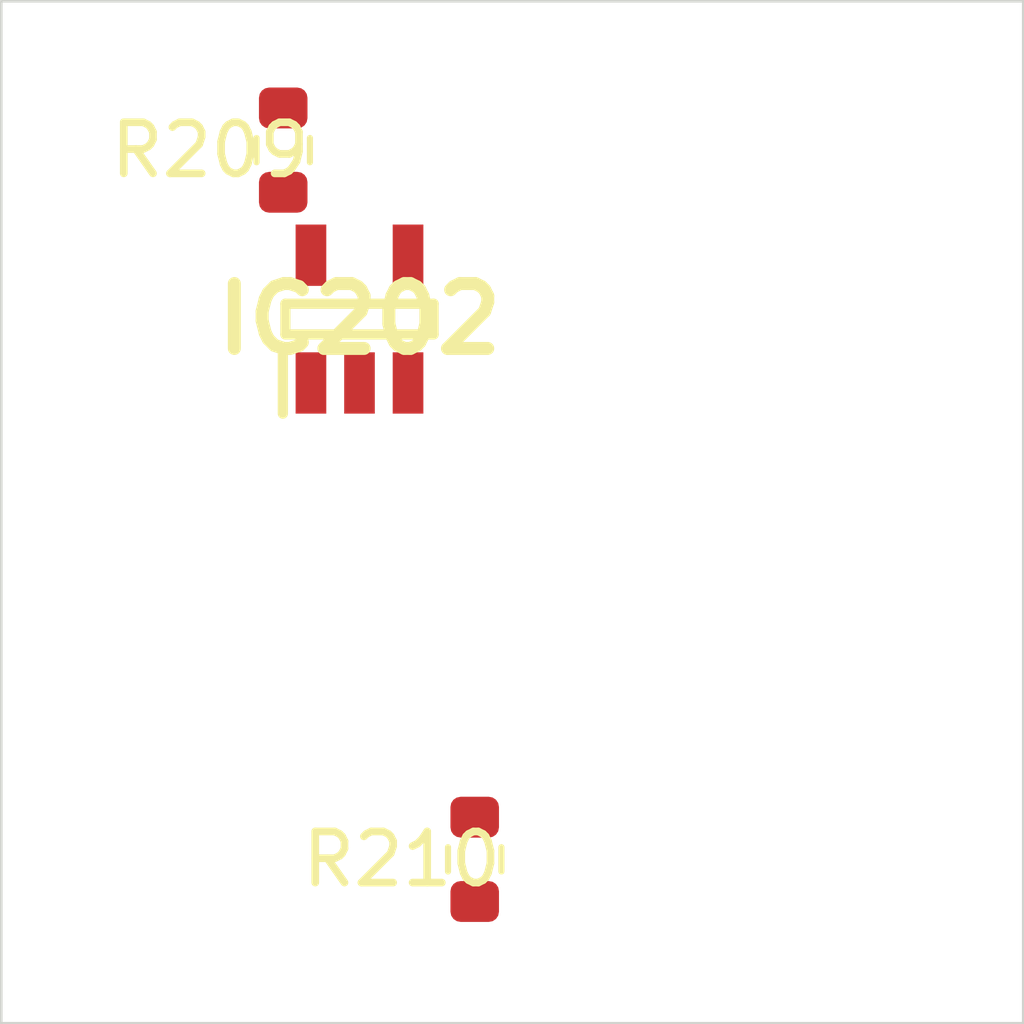
<source format=kicad_pcb>
 ( kicad_pcb  ( version 20171130 )
 ( host pcbnew 5.1.12-84ad8e8a86~92~ubuntu18.04.1 )
 ( general  ( thickness 1.6 )
 ( drawings 4 )
 ( tracks 0 )
 ( zones 0 )
 ( modules 3 )
 ( nets 5 )
)
 ( page A4 )
 ( layers  ( 0 F.Cu signal )
 ( 31 B.Cu signal )
 ( 32 B.Adhes user )
 ( 33 F.Adhes user )
 ( 34 B.Paste user )
 ( 35 F.Paste user )
 ( 36 B.SilkS user )
 ( 37 F.SilkS user )
 ( 38 B.Mask user )
 ( 39 F.Mask user )
 ( 40 Dwgs.User user )
 ( 41 Cmts.User user )
 ( 42 Eco1.User user )
 ( 43 Eco2.User user )
 ( 44 Edge.Cuts user )
 ( 45 Margin user )
 ( 46 B.CrtYd user )
 ( 47 F.CrtYd user )
 ( 48 B.Fab user )
 ( 49 F.Fab user )
)
 ( setup  ( last_trace_width 0.25 )
 ( trace_clearance 0.2 )
 ( zone_clearance 0.508 )
 ( zone_45_only no )
 ( trace_min 0.2 )
 ( via_size 0.8 )
 ( via_drill 0.4 )
 ( via_min_size 0.4 )
 ( via_min_drill 0.3 )
 ( uvia_size 0.3 )
 ( uvia_drill 0.1 )
 ( uvias_allowed no )
 ( uvia_min_size 0.2 )
 ( uvia_min_drill 0.1 )
 ( edge_width 0.05 )
 ( segment_width 0.2 )
 ( pcb_text_width 0.3 )
 ( pcb_text_size 1.5 1.5 )
 ( mod_edge_width 0.12 )
 ( mod_text_size 1 1 )
 ( mod_text_width 0.15 )
 ( pad_size 1.524 1.524 )
 ( pad_drill 0.762 )
 ( pad_to_mask_clearance 0 )
 ( aux_axis_origin 0 0 )
 ( visible_elements FFFFFF7F )
 ( pcbplotparams  ( layerselection 0x010fc_ffffffff )
 ( usegerberextensions false )
 ( usegerberattributes true )
 ( usegerberadvancedattributes true )
 ( creategerberjobfile true )
 ( excludeedgelayer true )
 ( linewidth 0.100000 )
 ( plotframeref false )
 ( viasonmask false )
 ( mode 1 )
 ( useauxorigin false )
 ( hpglpennumber 1 )
 ( hpglpenspeed 20 )
 ( hpglpendiameter 15.000000 )
 ( psnegative false )
 ( psa4output false )
 ( plotreference true )
 ( plotvalue true )
 ( plotinvisibletext false )
 ( padsonsilk false )
 ( subtractmaskfromsilk false )
 ( outputformat 1 )
 ( mirror false )
 ( drillshape 1 )
 ( scaleselection 1 )
 ( outputdirectory "" )
)
)
 ( net 0 "" )
 ( net 1 GND )
 ( net 2 VDDA )
 ( net 3 /Sheet6235D886/vp )
 ( net 4 "Net-(IC202-Pad3)" )
 ( net_class Default "This is the default net class."  ( clearance 0.2 )
 ( trace_width 0.25 )
 ( via_dia 0.8 )
 ( via_drill 0.4 )
 ( uvia_dia 0.3 )
 ( uvia_drill 0.1 )
 ( add_net /Sheet6235D886/vp )
 ( add_net GND )
 ( add_net "Net-(IC202-Pad3)" )
 ( add_net VDDA )
)
 ( module SOT95P280X145-5N locked  ( layer F.Cu )
 ( tedit 62336ED7 )
 ( tstamp 623423ED )
 ( at 87.010600 106.220000 90.000000 )
 ( descr DBV0005A )
 ( tags "Integrated Circuit" )
 ( path /6235D887/6266C08E )
 ( attr smd )
 ( fp_text reference IC202  ( at 0 0 )
 ( layer F.SilkS )
 ( effects  ( font  ( size 1.27 1.27 )
 ( thickness 0.254 )
)
)
)
 ( fp_text value TL071HIDBVR  ( at 0 0 )
 ( layer F.SilkS )
hide  ( effects  ( font  ( size 1.27 1.27 )
 ( thickness 0.254 )
)
)
)
 ( fp_line  ( start -1.85 -1.5 )
 ( end -0.65 -1.5 )
 ( layer F.SilkS )
 ( width 0.2 )
)
 ( fp_line  ( start -0.3 1.45 )
 ( end -0.3 -1.45 )
 ( layer F.SilkS )
 ( width 0.2 )
)
 ( fp_line  ( start 0.3 1.45 )
 ( end -0.3 1.45 )
 ( layer F.SilkS )
 ( width 0.2 )
)
 ( fp_line  ( start 0.3 -1.45 )
 ( end 0.3 1.45 )
 ( layer F.SilkS )
 ( width 0.2 )
)
 ( fp_line  ( start -0.3 -1.45 )
 ( end 0.3 -1.45 )
 ( layer F.SilkS )
 ( width 0.2 )
)
 ( fp_line  ( start -0.8 -0.5 )
 ( end 0.15 -1.45 )
 ( layer Dwgs.User )
 ( width 0.1 )
)
 ( fp_line  ( start -0.8 1.45 )
 ( end -0.8 -1.45 )
 ( layer Dwgs.User )
 ( width 0.1 )
)
 ( fp_line  ( start 0.8 1.45 )
 ( end -0.8 1.45 )
 ( layer Dwgs.User )
 ( width 0.1 )
)
 ( fp_line  ( start 0.8 -1.45 )
 ( end 0.8 1.45 )
 ( layer Dwgs.User )
 ( width 0.1 )
)
 ( fp_line  ( start -0.8 -1.45 )
 ( end 0.8 -1.45 )
 ( layer Dwgs.User )
 ( width 0.1 )
)
 ( fp_line  ( start -2.1 1.775 )
 ( end -2.1 -1.775 )
 ( layer Dwgs.User )
 ( width 0.05 )
)
 ( fp_line  ( start 2.1 1.775 )
 ( end -2.1 1.775 )
 ( layer Dwgs.User )
 ( width 0.05 )
)
 ( fp_line  ( start 2.1 -1.775 )
 ( end 2.1 1.775 )
 ( layer Dwgs.User )
 ( width 0.05 )
)
 ( fp_line  ( start -2.1 -1.775 )
 ( end 2.1 -1.775 )
 ( layer Dwgs.User )
 ( width 0.05 )
)
 ( pad 1 smd rect  ( at -1.25 -0.95 180.000000 )
 ( size 0.6 1.2 )
 ( layers F.Cu F.Mask F.Paste )
 ( net 3 /Sheet6235D886/vp )
)
 ( pad 2 smd rect  ( at -1.25 0 180.000000 )
 ( size 0.6 1.2 )
 ( layers F.Cu F.Mask F.Paste )
 ( net 1 GND )
)
 ( pad 3 smd rect  ( at -1.25 0.95 180.000000 )
 ( size 0.6 1.2 )
 ( layers F.Cu F.Mask F.Paste )
 ( net 4 "Net-(IC202-Pad3)" )
)
 ( pad 4 smd rect  ( at 1.25 0.95 180.000000 )
 ( size 0.6 1.2 )
 ( layers F.Cu F.Mask F.Paste )
 ( net 3 /Sheet6235D886/vp )
)
 ( pad 5 smd rect  ( at 1.25 -0.95 180.000000 )
 ( size 0.6 1.2 )
 ( layers F.Cu F.Mask F.Paste )
 ( net 2 VDDA )
)
)
 ( module Resistor_SMD:R_0603_1608Metric  ( layer F.Cu )
 ( tedit 5F68FEEE )
 ( tstamp 62342595 )
 ( at 85.517800 102.913000 90.000000 )
 ( descr "Resistor SMD 0603 (1608 Metric), square (rectangular) end terminal, IPC_7351 nominal, (Body size source: IPC-SM-782 page 72, https://www.pcb-3d.com/wordpress/wp-content/uploads/ipc-sm-782a_amendment_1_and_2.pdf), generated with kicad-footprint-generator" )
 ( tags resistor )
 ( path /6235D887/623CDBD9 )
 ( attr smd )
 ( fp_text reference R209  ( at 0 -1.43 )
 ( layer F.SilkS )
 ( effects  ( font  ( size 1 1 )
 ( thickness 0.15 )
)
)
)
 ( fp_text value 100k  ( at 0 1.43 )
 ( layer F.Fab )
 ( effects  ( font  ( size 1 1 )
 ( thickness 0.15 )
)
)
)
 ( fp_line  ( start -0.8 0.4125 )
 ( end -0.8 -0.4125 )
 ( layer F.Fab )
 ( width 0.1 )
)
 ( fp_line  ( start -0.8 -0.4125 )
 ( end 0.8 -0.4125 )
 ( layer F.Fab )
 ( width 0.1 )
)
 ( fp_line  ( start 0.8 -0.4125 )
 ( end 0.8 0.4125 )
 ( layer F.Fab )
 ( width 0.1 )
)
 ( fp_line  ( start 0.8 0.4125 )
 ( end -0.8 0.4125 )
 ( layer F.Fab )
 ( width 0.1 )
)
 ( fp_line  ( start -0.237258 -0.5225 )
 ( end 0.237258 -0.5225 )
 ( layer F.SilkS )
 ( width 0.12 )
)
 ( fp_line  ( start -0.237258 0.5225 )
 ( end 0.237258 0.5225 )
 ( layer F.SilkS )
 ( width 0.12 )
)
 ( fp_line  ( start -1.48 0.73 )
 ( end -1.48 -0.73 )
 ( layer F.CrtYd )
 ( width 0.05 )
)
 ( fp_line  ( start -1.48 -0.73 )
 ( end 1.48 -0.73 )
 ( layer F.CrtYd )
 ( width 0.05 )
)
 ( fp_line  ( start 1.48 -0.73 )
 ( end 1.48 0.73 )
 ( layer F.CrtYd )
 ( width 0.05 )
)
 ( fp_line  ( start 1.48 0.73 )
 ( end -1.48 0.73 )
 ( layer F.CrtYd )
 ( width 0.05 )
)
 ( fp_text user %R  ( at 0 0 )
 ( layer F.Fab )
 ( effects  ( font  ( size 0.4 0.4 )
 ( thickness 0.06 )
)
)
)
 ( pad 1 smd roundrect  ( at -0.825 0 90.000000 )
 ( size 0.8 0.95 )
 ( layers F.Cu F.Mask F.Paste )
 ( roundrect_rratio 0.25 )
 ( net 2 VDDA )
)
 ( pad 2 smd roundrect  ( at 0.825 0 90.000000 )
 ( size 0.8 0.95 )
 ( layers F.Cu F.Mask F.Paste )
 ( roundrect_rratio 0.25 )
 ( net 4 "Net-(IC202-Pad3)" )
)
 ( model ${KISYS3DMOD}/Resistor_SMD.3dshapes/R_0603_1608Metric.wrl  ( at  ( xyz 0 0 0 )
)
 ( scale  ( xyz 1 1 1 )
)
 ( rotate  ( xyz 0 0 0 )
)
)
)
 ( module Resistor_SMD:R_0603_1608Metric  ( layer F.Cu )
 ( tedit 5F68FEEE )
 ( tstamp 623425A6 )
 ( at 89.265600 116.793000 90.000000 )
 ( descr "Resistor SMD 0603 (1608 Metric), square (rectangular) end terminal, IPC_7351 nominal, (Body size source: IPC-SM-782 page 72, https://www.pcb-3d.com/wordpress/wp-content/uploads/ipc-sm-782a_amendment_1_and_2.pdf), generated with kicad-footprint-generator" )
 ( tags resistor )
 ( path /6235D887/623CDBDF )
 ( attr smd )
 ( fp_text reference R210  ( at 0 -1.43 )
 ( layer F.SilkS )
 ( effects  ( font  ( size 1 1 )
 ( thickness 0.15 )
)
)
)
 ( fp_text value 100k  ( at 0 1.43 )
 ( layer F.Fab )
 ( effects  ( font  ( size 1 1 )
 ( thickness 0.15 )
)
)
)
 ( fp_line  ( start 1.48 0.73 )
 ( end -1.48 0.73 )
 ( layer F.CrtYd )
 ( width 0.05 )
)
 ( fp_line  ( start 1.48 -0.73 )
 ( end 1.48 0.73 )
 ( layer F.CrtYd )
 ( width 0.05 )
)
 ( fp_line  ( start -1.48 -0.73 )
 ( end 1.48 -0.73 )
 ( layer F.CrtYd )
 ( width 0.05 )
)
 ( fp_line  ( start -1.48 0.73 )
 ( end -1.48 -0.73 )
 ( layer F.CrtYd )
 ( width 0.05 )
)
 ( fp_line  ( start -0.237258 0.5225 )
 ( end 0.237258 0.5225 )
 ( layer F.SilkS )
 ( width 0.12 )
)
 ( fp_line  ( start -0.237258 -0.5225 )
 ( end 0.237258 -0.5225 )
 ( layer F.SilkS )
 ( width 0.12 )
)
 ( fp_line  ( start 0.8 0.4125 )
 ( end -0.8 0.4125 )
 ( layer F.Fab )
 ( width 0.1 )
)
 ( fp_line  ( start 0.8 -0.4125 )
 ( end 0.8 0.4125 )
 ( layer F.Fab )
 ( width 0.1 )
)
 ( fp_line  ( start -0.8 -0.4125 )
 ( end 0.8 -0.4125 )
 ( layer F.Fab )
 ( width 0.1 )
)
 ( fp_line  ( start -0.8 0.4125 )
 ( end -0.8 -0.4125 )
 ( layer F.Fab )
 ( width 0.1 )
)
 ( fp_text user %R  ( at 0 0 )
 ( layer F.Fab )
 ( effects  ( font  ( size 0.4 0.4 )
 ( thickness 0.06 )
)
)
)
 ( pad 2 smd roundrect  ( at 0.825 0 90.000000 )
 ( size 0.8 0.95 )
 ( layers F.Cu F.Mask F.Paste )
 ( roundrect_rratio 0.25 )
 ( net 1 GND )
)
 ( pad 1 smd roundrect  ( at -0.825 0 90.000000 )
 ( size 0.8 0.95 )
 ( layers F.Cu F.Mask F.Paste )
 ( roundrect_rratio 0.25 )
 ( net 4 "Net-(IC202-Pad3)" )
)
 ( model ${KISYS3DMOD}/Resistor_SMD.3dshapes/R_0603_1608Metric.wrl  ( at  ( xyz 0 0 0 )
)
 ( scale  ( xyz 1 1 1 )
)
 ( rotate  ( xyz 0 0 0 )
)
)
)
 ( gr_line  ( start 100 100 )
 ( end 100 120 )
 ( layer Edge.Cuts )
 ( width 0.05 )
 ( tstamp 62E770C4 )
)
 ( gr_line  ( start 80 120 )
 ( end 100 120 )
 ( layer Edge.Cuts )
 ( width 0.05 )
 ( tstamp 62E770C0 )
)
 ( gr_line  ( start 80 100 )
 ( end 100 100 )
 ( layer Edge.Cuts )
 ( width 0.05 )
 ( tstamp 6234110C )
)
 ( gr_line  ( start 80 100 )
 ( end 80 120 )
 ( layer Edge.Cuts )
 ( width 0.05 )
)
)

</source>
